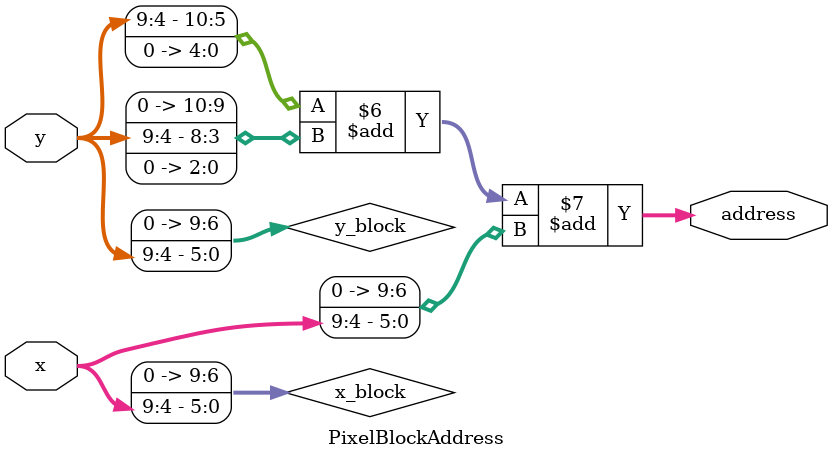
<source format=v>
`timescale 1ns / 1ps

module PixelBlockAddress(
    input [9:0] x,
    input [9:0] y,
    output reg [10:0] address
);
    // x and y blocks are the coordinates divided by the block size (16). Making the total number of blocks 40x30
    // The division by 16 is accomplished by shifting right by 4 (equivalent to divide by 16), 
    // which is a close approximation but simplifies the operation.
    wire [9:0] x_block = x >> 4;
    wire [9:0] y_block = y >> 4;

    always @(*) begin
        // The address is calculated by multiplying the y block position by the number of blocks per row (64) 
        // and adding the x block position. The multiplication by 64 is accomplished by shifting left by 6.
        address = (y_block << 5) + (y_block << 3) + x_block;
    end

endmodule

</source>
